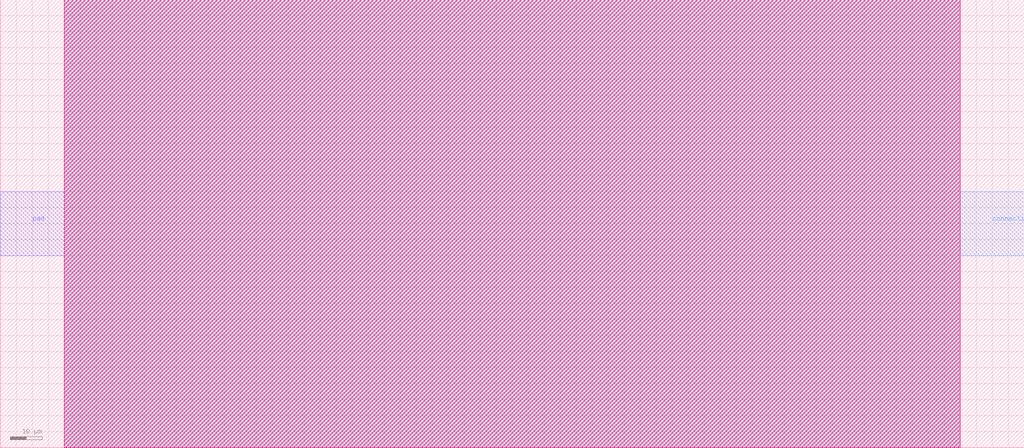
<source format=lef>
MACRO pinhole_320px_1
  CLASS PAD ;
  ORIGIN 0 0 ;
  FOREIGN pinhole_325px_0 ;
  SIZE 320 BY 140 ;
  SYMMETRY X Y R90 ;
  PIN connection
    DIRECTION INOUT ;
    USE SIGNAL ;
    PORT
      LAYER met8 ;
        RECT 300 60 320 80 ;
    END
  END connection
  PIN pad
    DIRECTION INOUT ;
    USE SIGNAL ;
    PORT
      LAYER met10 ;
        RECT 0 0 20 20 ;
    END
  END pad
  OBS
    LAYER met6 ;
      RECT 20 0 300 140 ;
    LAYER met7 ;
      RECT 20 0 300 140 ;
    LAYER met8 ;
      RECT 20 0 300 140 ;
    LAYER met9 ;
      RECT 20 0 300 140 ;
    LAYER met10 ;
      RECT 20 0 300 140 ;
  END
END pinhole_320px_1

MACRO pinhole_320px_0
  CLASS PAD ;
  ORIGIN 0 0 ;
  FOREIGN pinhole_320px_0 ;
  SIZE 320 BY 140 ;
  SYMMETRY X Y R90 ;
  PIN connection
    DIRECTION INOUT ;
    USE SIGNAL ;
    PORT
      LAYER met3 ;
        RECT 300 60 320 80 ;
    END
  END connection
  PIN pad
    DIRECTION INOUT ;
    USE SIGNAL ;
    PORT
      LAYER met10 ;
        RECT 0 60 20 80 ;
    END
  END pad
  OBS
    LAYER met1 ;
      RECT 20 0 300 140 ;
    LAYER met2 ;
      RECT 20 0 300 140 ;
    LAYER met3 ;
      RECT 20 0 300 140 ;
    LAYER met4 ;
      RECT 20 0 300 140 ;
    LAYER met5 ;
      RECT 20 0 300 140 ;
  END
END pinhole_320px_0

</source>
